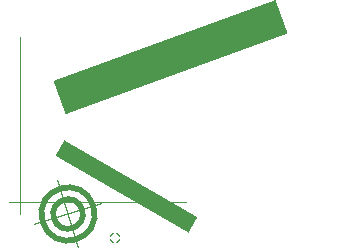
<source format=gbr>
G04 ================================================================================================
Copyright (C) 2025 Tony Luken <tonyluken62+gerberfilereader.gmail.com>

This file is part of GerberFileReader.

GerberFileReader is free software: you can redistribute it and/or modify it under the terms of
the GNU General Public License as published by the Free Software Foundation, either version 3 of
the License, or (at your option) any later version.

GerberFileReader is distributed in the hope that it will be useful, but WITHOUT ANY WARRANTY; 
without even the implied warranty of MERCHANTABILITY or FITNESS FOR A PARTICULAR PURPOSE. See the
GNU General Public License for more details.

You should have received a copy of the GNU General Public License along with GerberFileReader. If
not, see <http://www.gnu.org/licenses/>.
===================================================================================================*

G04 Demonstrate various macro primitives using LF line endings*

G04 Set coordinate format and units*
%FSLAX26Y26*%
%MOMM*%

G04 Demo Lower Left Line Primitive*
%AMRectangle*
22,1,20,3,8,5,20*%

G04 Demo Center Line Primitive*
%AMRectangle2*
21,1,13,1.5,4,5,-30*%

G04 Demo Moire Primitive*
%AMMoire*
6,0,0,5,0.5,0.5,2,0.1,6,17*%

G04 Demo Thermal Primitive*
%AMThermal*
7,0,0,0.95,0.75,0.175,0.0*%

G04 Create the apertures*
%ADD11C,0.1*%
%ADD14Rectangle*%
%ADD15Rectangle2*%
%ADD16Moire*%
%ADD17Thermal*%

G04 Linear draw mode and dark polarity*
G01*
%LPD*%

G04 Create the image*
D11*
X-1000000Y0D02*
X14000000Y0D01*
X0Y-1000000D02*
X0Y14000000D01*
D14*
X-2000000Y0D03*
D15*
X3000000Y-1000000D03*
D16*
X4000000Y-1000000D03*
D17*
X8000000Y-3000000D03*

%TF.MD5,c70317f684e8424e2583e4b718d349de*%
M02*

</source>
